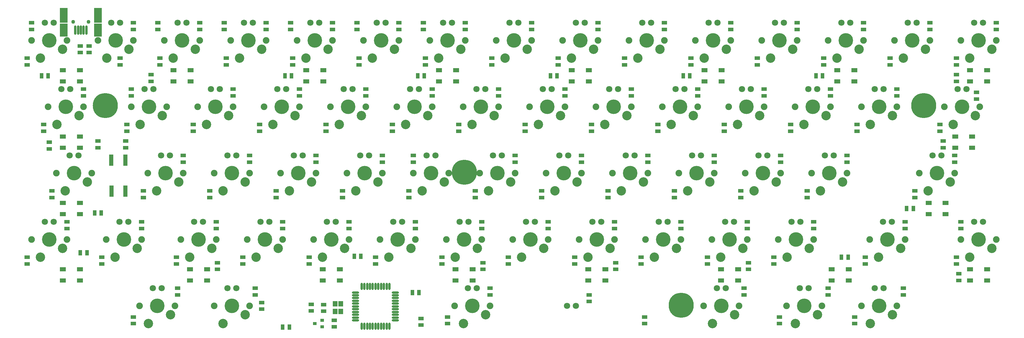
<source format=gbr>
G04 #@! TF.GenerationSoftware,KiCad,Pcbnew,(5.1.2-1)-1*
G04 #@! TF.CreationDate,2020-06-06T23:17:58+08:00*
G04 #@! TF.ProjectId,vim60,76696d36-302e-46b6-9963-61645f706362,rev?*
G04 #@! TF.SameCoordinates,Original*
G04 #@! TF.FileFunction,Soldermask,Bot*
G04 #@! TF.FilePolarity,Negative*
%FSLAX46Y46*%
G04 Gerber Fmt 4.6, Leading zero omitted, Abs format (unit mm)*
G04 Created by KiCad (PCBNEW (5.1.2-1)-1) date 2020-06-06 23:17:58*
%MOMM*%
%LPD*%
G04 APERTURE LIST*
%ADD10C,1.803400*%
%ADD11R,1.103200X0.903200*%
%ADD12C,1.902460*%
%ADD13C,2.702560*%
%ADD14C,4.183380*%
%ADD15C,7.203440*%
%ADD16C,7.204500*%
%ADD17R,1.600200X1.092200*%
%ADD18R,1.092200X1.600200*%
%ADD19R,1.703200X1.203200*%
%ADD20O,2.103120X0.609600*%
%ADD21O,0.609600X2.103120*%
%ADD22R,2.252980X4.203700*%
%ADD23R,2.252980X3.703320*%
%ADD24O,0.703600X2.703200*%
%ADD25C,1.103200*%
%ADD26R,1.203200X3.303200*%
%ADD27R,1.353820X1.602740*%
G04 APERTURE END LIST*
D10*
X226601700Y-188526400D03*
X224061700Y-188526400D03*
D11*
X151637700Y-193606400D03*
X153737700Y-194556400D03*
X153737700Y-192656400D03*
D12*
X337090000Y-169476500D03*
X347250000Y-169476500D03*
D13*
X345980000Y-172016500D03*
X339630000Y-174556500D03*
D14*
X342170000Y-169476500D03*
D15*
X194574200Y-150127650D03*
X326374100Y-131028450D03*
X256823600Y-188328350D03*
D16*
X91523500Y-131028450D03*
D17*
X154211700Y-188145400D03*
X154211700Y-190050400D03*
X150655700Y-189986900D03*
X150655700Y-188081900D03*
X182151700Y-192145900D03*
X182151700Y-194050900D03*
X106586700Y-107246400D03*
X106586700Y-109151400D03*
X125636700Y-107246400D03*
X125636700Y-109151400D03*
X144686700Y-107246400D03*
X144686700Y-109151400D03*
X163736700Y-107246400D03*
X163736700Y-109151400D03*
X182786700Y-107246400D03*
X182786700Y-109151400D03*
D18*
X164879700Y-174302400D03*
X162974700Y-174302400D03*
D17*
X199931700Y-176143900D03*
X199931700Y-178048900D03*
X238031700Y-176143900D03*
X238031700Y-178048900D03*
X276131700Y-176143900D03*
X276131700Y-178048900D03*
D18*
X304706700Y-174556400D03*
X302801700Y-174556400D03*
D17*
X336456700Y-179318900D03*
X336456700Y-181223900D03*
D18*
X321534200Y-160586400D03*
X323439200Y-160586400D03*
D17*
X332011700Y-141218900D03*
X332011700Y-143123900D03*
X335821700Y-122168900D03*
X335821700Y-124073900D03*
D18*
X297404200Y-122486400D03*
X295499200Y-122486400D03*
X257399200Y-122486400D03*
X259304200Y-122486400D03*
X219299200Y-122486400D03*
X221204200Y-122486400D03*
X183104200Y-122486400D03*
X181199200Y-122486400D03*
X143099200Y-122486400D03*
X145004200Y-122486400D03*
D17*
X104681700Y-124073900D03*
X104681700Y-122168900D03*
D18*
X73249200Y-122486400D03*
X75154200Y-122486400D03*
D17*
X89441700Y-143123900D03*
X89441700Y-141218900D03*
D18*
X90394200Y-161856400D03*
X88489200Y-161856400D03*
X86266700Y-173286400D03*
X84361700Y-173286400D03*
D17*
X123731700Y-178048900D03*
X123731700Y-176143900D03*
X69121700Y-119311400D03*
X69121700Y-117406400D03*
X73884199Y-136456400D03*
X73884199Y-138361400D03*
X76265499Y-155507800D03*
X76265499Y-157412800D03*
X69121700Y-174556500D03*
X69121700Y-176461500D03*
X95791700Y-119311400D03*
X95791700Y-117406400D03*
X90552900Y-174556500D03*
X90552900Y-176461500D03*
X99601700Y-193606400D03*
X99601700Y-191701400D03*
X107221700Y-117406400D03*
X107221700Y-119311400D03*
X97695300Y-136456400D03*
X97695300Y-138361400D03*
X102459199Y-157412800D03*
X102459199Y-155507800D03*
X111982800Y-176461500D03*
X111982800Y-174556500D03*
X126271700Y-117406400D03*
X126271700Y-119311400D03*
X116745300Y-136456400D03*
X116745300Y-138361400D03*
X121509199Y-157412800D03*
X121509199Y-155507800D03*
X131032800Y-176461500D03*
X131032800Y-174556500D03*
X136431700Y-187573900D03*
X136431700Y-189478900D03*
X145321700Y-117406400D03*
X145321700Y-119311400D03*
X135795300Y-136456400D03*
X135795300Y-138361400D03*
X140559199Y-157412800D03*
X140559199Y-155507800D03*
X150082800Y-176461500D03*
X150082800Y-174556500D03*
X164371700Y-117406400D03*
X164371700Y-119311400D03*
X154845300Y-136456400D03*
X154845300Y-138361400D03*
X159609199Y-157412800D03*
X159609199Y-155507800D03*
X169132800Y-176461500D03*
X169132800Y-174556500D03*
X183421700Y-117406400D03*
X183421700Y-119311400D03*
X173895300Y-136456400D03*
X173895300Y-138361400D03*
X178659199Y-157412800D03*
X178659199Y-155507800D03*
X188182800Y-176461500D03*
X188182800Y-174556500D03*
X189771700Y-191701400D03*
X189771700Y-193606400D03*
X202471700Y-117406400D03*
X202471700Y-119311400D03*
X192945300Y-136456400D03*
X192945300Y-138361400D03*
X197709199Y-157412800D03*
X197709199Y-155507800D03*
X207232800Y-176461500D03*
X207232800Y-174556500D03*
X221521700Y-117406400D03*
X221521700Y-119311400D03*
X211995300Y-136456400D03*
X211995300Y-138361400D03*
X216759199Y-157412800D03*
X216759199Y-155507800D03*
X226282800Y-176461500D03*
X226282800Y-174556500D03*
X240571700Y-117406400D03*
X240571700Y-119311400D03*
X231045300Y-136456400D03*
X231045300Y-138361400D03*
X235809199Y-157412800D03*
X235809199Y-155507800D03*
X245332800Y-176461500D03*
X245332800Y-174556500D03*
X259621700Y-117406400D03*
X259621700Y-119311400D03*
X250095300Y-136456400D03*
X250095300Y-138361400D03*
X254859199Y-157412800D03*
X254859199Y-155507800D03*
X264382800Y-176461500D03*
X264382800Y-174556500D03*
X246286700Y-191701400D03*
X246286700Y-193606400D03*
X278671700Y-117406400D03*
X278671700Y-119311400D03*
X269145300Y-138361400D03*
X269145300Y-136456400D03*
X273909199Y-157412800D03*
X273909199Y-155507800D03*
X283432800Y-176461500D03*
X283432800Y-174556500D03*
X285021700Y-191701400D03*
X285021700Y-193606400D03*
X297721700Y-117406400D03*
X297721700Y-119311400D03*
X288195300Y-136456400D03*
X288195300Y-138361400D03*
X292959199Y-157412800D03*
X292959199Y-155507800D03*
X306611700Y-191701400D03*
X306611700Y-193606400D03*
X316771700Y-117406400D03*
X316771700Y-119311400D03*
X307245300Y-136456400D03*
X307245300Y-138361400D03*
X323913000Y-157412800D03*
X323913000Y-155507800D03*
X309627000Y-174556500D03*
X309627000Y-176461500D03*
X335821700Y-117406400D03*
X335821700Y-119311400D03*
X331058000Y-136456400D03*
X331058000Y-138361400D03*
X335820000Y-176461500D03*
X335820000Y-174556500D03*
D19*
X153982800Y-181236500D03*
X153982800Y-178036500D03*
X158882800Y-181236500D03*
X158882800Y-178036500D03*
X196982800Y-178036500D03*
X196982800Y-181236500D03*
X192082800Y-178036500D03*
X192082800Y-181236500D03*
X230182800Y-181236400D03*
X230182800Y-178036400D03*
X235082800Y-181236400D03*
X235082800Y-178036400D03*
X268282800Y-181236400D03*
X268282800Y-178036400D03*
X273182800Y-181236400D03*
X273182800Y-178036400D03*
X304932800Y-178036500D03*
X304932800Y-181236500D03*
X300032800Y-178036500D03*
X300032800Y-181236500D03*
X339720000Y-181236500D03*
X339720000Y-178036500D03*
X344620000Y-181236500D03*
X344620000Y-178036500D03*
X332713000Y-158986400D03*
X332713000Y-162186400D03*
X327813000Y-158986400D03*
X327813000Y-162186400D03*
X335433000Y-143137800D03*
X335433000Y-139937800D03*
X340333000Y-143137800D03*
X340333000Y-139937800D03*
X344621700Y-120886400D03*
X344621700Y-124086400D03*
X339721700Y-120886400D03*
X339721700Y-124086400D03*
X301621700Y-124086400D03*
X301621700Y-120886400D03*
X306521700Y-124086400D03*
X306521700Y-120886400D03*
X263521700Y-124086400D03*
X263521700Y-120886400D03*
X268421700Y-124086400D03*
X268421700Y-120886400D03*
X230321700Y-120886400D03*
X230321700Y-124086400D03*
X225421700Y-120886400D03*
X225421700Y-124086400D03*
X192221700Y-120886400D03*
X192221700Y-124086400D03*
X187321700Y-120886400D03*
X187321700Y-124086400D03*
X149221700Y-124086400D03*
X149221700Y-120886400D03*
X154121700Y-124086400D03*
X154121700Y-120886400D03*
X116021700Y-120886400D03*
X116021700Y-124086400D03*
X111121700Y-120886400D03*
X111121700Y-124086400D03*
X79371700Y-124086400D03*
X79371700Y-120886400D03*
X84271700Y-124086400D03*
X84271700Y-120886400D03*
X84271700Y-139936500D03*
X84271700Y-143136500D03*
X79371700Y-139936500D03*
X79371700Y-143136500D03*
X79371700Y-162186500D03*
X79371700Y-158986500D03*
X84271700Y-162186500D03*
X84271700Y-158986500D03*
X84271700Y-178036400D03*
X84271700Y-181236400D03*
X79371700Y-178036400D03*
X79371700Y-181236400D03*
X115882800Y-181236500D03*
X115882800Y-178036500D03*
X120782800Y-181236500D03*
X120782800Y-178036500D03*
D10*
X76741700Y-107246400D03*
X74201700Y-107246400D03*
X78964199Y-126296400D03*
X81504199Y-126296400D03*
X83885499Y-145347800D03*
X81345499Y-145347800D03*
X76741700Y-164396500D03*
X74201700Y-164396500D03*
X93251700Y-107246400D03*
X95791700Y-107246400D03*
X95632900Y-164396500D03*
X98172900Y-164396500D03*
X107696499Y-183446530D03*
X105156499Y-183446530D03*
X112301700Y-107246400D03*
X114841700Y-107246400D03*
X102775300Y-126296400D03*
X105315300Y-126296400D03*
X110079199Y-145347800D03*
X107539199Y-145347800D03*
X117062800Y-164396500D03*
X119602800Y-164396500D03*
X133891700Y-107246400D03*
X131351700Y-107246400D03*
X124365300Y-126296400D03*
X121825300Y-126296400D03*
X126614201Y-145347800D03*
X129154201Y-145347800D03*
X138652800Y-164396500D03*
X136112800Y-164396500D03*
X126587900Y-183446530D03*
X129127900Y-183446530D03*
X150401700Y-107246400D03*
X152941700Y-107246400D03*
X143415300Y-126296400D03*
X140875300Y-126296400D03*
X145639199Y-145347800D03*
X148179199Y-145347800D03*
X157702800Y-164396500D03*
X155162800Y-164396500D03*
X171991700Y-107246400D03*
X169451700Y-107246400D03*
X159925300Y-126296400D03*
X162465300Y-126296400D03*
X167229199Y-145347800D03*
X164689199Y-145347800D03*
X174212800Y-164396500D03*
X176752800Y-164396500D03*
X188501700Y-107246400D03*
X191041700Y-107246400D03*
X181515300Y-126296400D03*
X178975300Y-126296400D03*
X183739199Y-145347800D03*
X186279199Y-145347800D03*
X195802800Y-164396500D03*
X193262800Y-164396500D03*
X195646000Y-183446530D03*
X198186000Y-183446530D03*
X210091700Y-107246400D03*
X207551700Y-107246400D03*
X200565300Y-126296400D03*
X198025300Y-126296400D03*
X205329199Y-145347800D03*
X202789199Y-145347800D03*
X212312800Y-164396500D03*
X214852800Y-164396500D03*
X226601700Y-107246400D03*
X229141700Y-107246400D03*
X219615300Y-126296400D03*
X217075300Y-126296400D03*
X221839199Y-145347800D03*
X224379199Y-145347800D03*
X233902800Y-164396500D03*
X231362800Y-164396500D03*
X248191700Y-107246400D03*
X245651700Y-107246400D03*
X236125300Y-126296400D03*
X238665300Y-126296400D03*
X243429199Y-145347800D03*
X240889199Y-145347800D03*
X250412800Y-164396500D03*
X252952800Y-164396500D03*
X264701700Y-107246400D03*
X267241700Y-107246400D03*
X257715300Y-126296400D03*
X255175300Y-126296400D03*
X259939199Y-145347800D03*
X262479199Y-145347800D03*
X272002800Y-164396500D03*
X269462800Y-164396500D03*
X267080999Y-183446530D03*
X269620999Y-183446530D03*
X286291700Y-107246400D03*
X283751700Y-107246400D03*
X274225300Y-126296400D03*
X276765300Y-126296400D03*
X281529199Y-145347800D03*
X278989199Y-145347800D03*
X291052800Y-164396500D03*
X288512800Y-164396500D03*
X290897000Y-183446530D03*
X293437000Y-183446530D03*
X302801700Y-107246400D03*
X305341700Y-107246400D03*
X295815300Y-126296400D03*
X293275300Y-126296400D03*
X298039199Y-145347800D03*
X300579199Y-145347800D03*
X312324000Y-183446530D03*
X314864000Y-183446530D03*
X324391700Y-107246400D03*
X321851700Y-107246400D03*
X314865300Y-126296400D03*
X312325300Y-126296400D03*
X328993000Y-145347800D03*
X331533000Y-145347800D03*
X314707000Y-164396500D03*
X317247000Y-164396500D03*
X343441700Y-107246400D03*
X340901700Y-107246400D03*
X336138000Y-126296400D03*
X338678000Y-126296400D03*
X343440000Y-164396500D03*
X340900000Y-164396500D03*
D20*
X174811100Y-188666100D03*
X174811100Y-189466200D03*
X174811100Y-190266300D03*
X174811100Y-191066400D03*
X174811100Y-191866500D03*
X174811100Y-192666600D03*
X174811100Y-187866000D03*
X174811100Y-187065900D03*
X174811100Y-186265800D03*
X174811100Y-185465700D03*
X174811100Y-184665600D03*
X163381100Y-188666100D03*
X163381100Y-189466200D03*
X163381100Y-190266300D03*
X163381100Y-191066400D03*
X163381100Y-191866500D03*
X163381100Y-192666600D03*
X163381100Y-187866000D03*
X163381100Y-187065900D03*
X163381100Y-186265800D03*
X163381100Y-185465700D03*
X163381100Y-184665600D03*
D21*
X169096100Y-194381100D03*
X169096100Y-182951100D03*
X168296000Y-194381100D03*
X168296000Y-182951100D03*
X167495900Y-182951100D03*
X167495900Y-194381100D03*
X166695800Y-194381100D03*
X166695800Y-182951100D03*
X165895700Y-182951100D03*
X165895700Y-194381100D03*
X165095600Y-194381100D03*
X165095600Y-182951100D03*
X169896200Y-182951100D03*
X169896200Y-194381100D03*
X170696300Y-194381100D03*
X170696300Y-182951100D03*
X171496400Y-182951100D03*
X171496400Y-194381100D03*
X172296500Y-194381100D03*
X172296500Y-182951100D03*
X173096600Y-182951100D03*
X173096600Y-194381100D03*
D22*
X89449260Y-105096630D03*
X79599140Y-105096630D03*
D23*
X79599140Y-109348590D03*
X89449260Y-109348590D03*
D24*
X84524200Y-109348550D03*
X83724100Y-109348550D03*
X82924000Y-109348550D03*
X85324300Y-109348550D03*
X86124400Y-109348550D03*
D25*
X82324200Y-106997650D03*
X86724200Y-106997650D03*
D17*
X157259700Y-192653900D03*
X157259700Y-194558900D03*
D18*
X142464200Y-194622400D03*
X144369200Y-194622400D03*
D17*
X70391700Y-107246400D03*
X70391700Y-109151400D03*
X85314199Y-126296400D03*
X85314199Y-128201400D03*
X75471700Y-143441400D03*
X75471700Y-141536400D03*
X80551700Y-164396500D03*
X80551700Y-166301500D03*
X99601700Y-107246400D03*
X99601700Y-109151400D03*
X101982900Y-164396500D03*
X101982900Y-166301500D03*
X112301700Y-185351530D03*
X112301700Y-183446530D03*
X118651700Y-107246400D03*
X118651700Y-109151400D03*
X98965300Y-128201400D03*
X98965300Y-126296400D03*
X113889199Y-147251400D03*
X113889199Y-145346400D03*
X123412800Y-166301400D03*
X123412800Y-164396400D03*
X137701700Y-107246400D03*
X137701700Y-109151400D03*
X128175300Y-128201400D03*
X128175300Y-126296400D03*
X132939199Y-147251400D03*
X132939199Y-145346400D03*
X142462800Y-166301500D03*
X142462800Y-164396500D03*
X134526700Y-185351530D03*
X134526700Y-183446530D03*
X156751700Y-107246400D03*
X156751700Y-109151400D03*
X147225300Y-128201400D03*
X147225300Y-126296400D03*
X151989199Y-147252800D03*
X151989199Y-145347800D03*
X161512800Y-166301400D03*
X161512800Y-164396400D03*
X175801700Y-107246400D03*
X175801700Y-109151400D03*
X166275300Y-128201400D03*
X166275300Y-126296400D03*
X171039199Y-147252800D03*
X171039199Y-145347800D03*
X180562800Y-166301500D03*
X180562800Y-164396500D03*
X194851700Y-107246400D03*
X194851700Y-109151400D03*
X185325300Y-128201400D03*
X185325300Y-126296400D03*
X179929199Y-147252800D03*
X179929199Y-145347800D03*
X199612800Y-166301500D03*
X199612800Y-164396500D03*
X201996000Y-185351400D03*
X201996000Y-183446400D03*
X213901700Y-107246400D03*
X213901700Y-109151400D03*
X204375300Y-128201400D03*
X204375300Y-126296400D03*
X209139199Y-147252800D03*
X209139199Y-145347800D03*
X218662800Y-166301400D03*
X218662800Y-164396400D03*
X232951700Y-107246400D03*
X232951700Y-109151400D03*
X223425300Y-126296400D03*
X223425300Y-128201400D03*
X228189199Y-147252800D03*
X228189199Y-145347800D03*
X237712800Y-164396500D03*
X237712800Y-166301500D03*
X252001700Y-107246400D03*
X252001700Y-109151400D03*
X242475300Y-128201400D03*
X242475300Y-126296400D03*
X247239199Y-145347800D03*
X247239199Y-147252800D03*
X256762800Y-166301400D03*
X256762800Y-164396400D03*
X271051700Y-107246400D03*
X271051700Y-109151400D03*
X261525300Y-126296400D03*
X261525300Y-128201400D03*
X266289199Y-147252800D03*
X266289199Y-145347800D03*
X275812800Y-164396400D03*
X275812800Y-166301400D03*
X274861700Y-185351400D03*
X274861700Y-183446400D03*
X290101700Y-107246400D03*
X290101700Y-109151400D03*
X280575300Y-126296400D03*
X280575300Y-128201400D03*
X285339199Y-147251400D03*
X285339199Y-145346400D03*
X294862800Y-166301500D03*
X294862800Y-164396500D03*
X298991700Y-183446530D03*
X298991700Y-185351530D03*
X309151700Y-107246400D03*
X309151700Y-109151400D03*
X299625300Y-128201400D03*
X299625300Y-126296400D03*
X304389199Y-145347800D03*
X304389199Y-147252800D03*
X320581700Y-185351530D03*
X320581700Y-183446530D03*
X328201700Y-107246400D03*
X328201700Y-109151400D03*
X318675300Y-128201400D03*
X318675300Y-126296400D03*
X335343000Y-145346400D03*
X335343000Y-147251400D03*
X321057000Y-164396500D03*
X321057000Y-166301500D03*
X347251700Y-109151400D03*
X347251700Y-107246400D03*
X84361700Y-113913900D03*
X84361700Y-115818900D03*
X86901700Y-113913900D03*
X86901700Y-115818900D03*
D18*
X179675200Y-184716400D03*
X181580200Y-184716400D03*
D17*
X97379200Y-143123900D03*
X97379200Y-141218900D03*
X230411700Y-185351400D03*
X230411700Y-187256400D03*
X341536700Y-129153900D03*
X341536700Y-127248900D03*
X337091700Y-164396400D03*
X337091700Y-166301400D03*
D26*
X93283584Y-146715200D03*
X97284084Y-155615200D03*
X93286084Y-155615200D03*
X97284084Y-146715200D03*
D14*
X75471700Y-112326400D03*
D13*
X72931700Y-117406400D03*
X79281700Y-114866400D03*
D12*
X80551700Y-112326400D03*
X70391700Y-112326400D03*
X75154199Y-131376400D03*
X85314199Y-131376400D03*
D13*
X84044199Y-133916400D03*
X77694199Y-136456400D03*
D14*
X80234199Y-131376400D03*
D12*
X77535499Y-150427800D03*
X87695499Y-150427800D03*
D13*
X86425499Y-152967800D03*
X80075499Y-155507800D03*
D14*
X82615499Y-150427800D03*
X75471700Y-169476500D03*
D13*
X72931700Y-174556500D03*
X79281700Y-172016500D03*
D12*
X80551700Y-169476500D03*
X70391700Y-169476500D03*
D14*
X94521700Y-112326400D03*
D13*
X91981700Y-117406400D03*
X98331700Y-114866400D03*
D12*
X99601700Y-112326400D03*
X89441700Y-112326400D03*
D14*
X96902900Y-169476500D03*
D13*
X94362900Y-174556500D03*
X100712900Y-172016500D03*
D12*
X101982900Y-169476500D03*
X91822900Y-169476500D03*
D14*
X106426499Y-188526530D03*
D13*
X103886499Y-193606530D03*
X110236499Y-191066530D03*
D12*
X111506499Y-188526530D03*
X101346499Y-188526530D03*
X108491700Y-112326400D03*
X118651700Y-112326400D03*
D13*
X117381700Y-114866400D03*
X111031700Y-117406400D03*
D14*
X113571700Y-112326400D03*
D12*
X98965300Y-131376400D03*
X109125300Y-131376400D03*
D13*
X107855300Y-133916400D03*
X101505300Y-136456400D03*
D14*
X104045300Y-131376400D03*
X108809199Y-150427800D03*
D13*
X106269199Y-155507800D03*
X112619199Y-152967800D03*
D12*
X113889199Y-150427800D03*
X103729199Y-150427800D03*
X113252800Y-169476500D03*
X123412800Y-169476500D03*
D13*
X122142800Y-172016500D03*
X115792800Y-174556500D03*
D14*
X118332800Y-169476500D03*
X132621700Y-112326400D03*
D13*
X130081700Y-117406400D03*
X136431700Y-114866400D03*
D12*
X137701700Y-112326400D03*
X127541700Y-112326400D03*
X118015300Y-131376400D03*
X128175300Y-131376400D03*
D13*
X126905300Y-133916400D03*
X120555300Y-136456400D03*
D14*
X123095300Y-131376400D03*
D12*
X122804201Y-150427800D03*
X132964201Y-150427800D03*
D13*
X131694201Y-152967800D03*
X125344201Y-155507800D03*
D14*
X127884201Y-150427800D03*
D12*
X132302800Y-169476500D03*
X142462800Y-169476500D03*
D13*
X141192800Y-172016500D03*
X134842800Y-174556500D03*
D14*
X137382800Y-169476500D03*
X127857900Y-188526530D03*
D13*
X125317900Y-193606530D03*
X131667900Y-191066530D03*
D12*
X132937900Y-188526530D03*
X122777900Y-188526530D03*
D14*
X151671700Y-112326400D03*
D13*
X149131700Y-117406400D03*
X155481700Y-114866400D03*
D12*
X156751700Y-112326400D03*
X146591700Y-112326400D03*
X137065300Y-131376400D03*
X147225300Y-131376400D03*
D13*
X145955300Y-133916400D03*
X139605300Y-136456400D03*
D14*
X142145300Y-131376400D03*
X146909199Y-150427800D03*
D13*
X144369199Y-155507800D03*
X150719199Y-152967800D03*
D12*
X151989199Y-150427800D03*
X141829199Y-150427800D03*
X151352800Y-169476500D03*
X161512800Y-169476500D03*
D13*
X160242800Y-172016500D03*
X153892800Y-174556500D03*
D14*
X156432800Y-169476500D03*
X170721700Y-112326400D03*
D13*
X168181700Y-117406400D03*
X174531700Y-114866400D03*
D12*
X175801700Y-112326400D03*
X165641700Y-112326400D03*
X156115300Y-131376400D03*
X166275300Y-131376400D03*
D13*
X165005300Y-133916400D03*
X158655300Y-136456400D03*
D14*
X161195300Y-131376400D03*
D12*
X160879199Y-150427800D03*
X171039199Y-150427800D03*
D13*
X169769199Y-152967800D03*
X163419199Y-155507800D03*
D14*
X165959199Y-150427800D03*
D12*
X170402800Y-169476500D03*
X180562800Y-169476500D03*
D13*
X179292800Y-172016500D03*
X172942800Y-174556500D03*
D14*
X175482800Y-169476500D03*
D12*
X184691700Y-112326400D03*
X194851700Y-112326400D03*
D13*
X193581700Y-114866400D03*
X187231700Y-117406400D03*
D14*
X189771700Y-112326400D03*
D12*
X175165300Y-131376400D03*
X185325300Y-131376400D03*
D13*
X184055300Y-133916400D03*
X177705300Y-136456400D03*
D14*
X180245300Y-131376400D03*
D12*
X179929199Y-150427800D03*
X190089199Y-150427800D03*
D13*
X188819199Y-152967800D03*
X182469199Y-155507800D03*
D14*
X185009199Y-150427800D03*
D12*
X189452800Y-169476500D03*
X199612800Y-169476500D03*
D13*
X198342800Y-172016500D03*
X191992800Y-174556500D03*
D14*
X194532800Y-169476500D03*
D12*
X191836000Y-188526530D03*
X201996000Y-188526530D03*
D13*
X200726000Y-191066530D03*
X194376000Y-193606530D03*
D14*
X196916000Y-188526530D03*
D12*
X203741700Y-112326400D03*
X213901700Y-112326400D03*
D13*
X212631700Y-114866400D03*
X206281700Y-117406400D03*
D14*
X208821700Y-112326400D03*
D12*
X194215300Y-131376400D03*
X204375300Y-131376400D03*
D13*
X203105300Y-133916400D03*
X196755300Y-136456400D03*
D14*
X199295300Y-131376400D03*
X204059199Y-150427800D03*
D13*
X201519199Y-155507800D03*
X207869199Y-152967800D03*
D12*
X209139199Y-150427800D03*
X198979199Y-150427800D03*
X208502800Y-169476500D03*
X218662800Y-169476500D03*
D13*
X217392800Y-172016500D03*
X211042800Y-174556500D03*
D14*
X213582800Y-169476500D03*
X227871700Y-112326400D03*
D13*
X225331700Y-117406400D03*
X231681700Y-114866400D03*
D12*
X232951700Y-112326400D03*
X222791700Y-112326400D03*
D14*
X218345300Y-131376400D03*
D13*
X215805300Y-136456400D03*
X222155300Y-133916400D03*
D12*
X223425300Y-131376400D03*
X213265300Y-131376400D03*
D14*
X223109199Y-150427800D03*
D13*
X220569199Y-155507800D03*
X226919199Y-152967800D03*
D12*
X228189199Y-150427800D03*
X218029199Y-150427800D03*
D14*
X232632800Y-169476500D03*
D13*
X230092800Y-174556500D03*
X236442800Y-172016500D03*
D12*
X237712800Y-169476500D03*
X227552800Y-169476500D03*
X241841700Y-112326400D03*
X252001700Y-112326400D03*
D13*
X250731700Y-114866400D03*
X244381700Y-117406400D03*
D14*
X246921700Y-112326400D03*
X237395300Y-131376400D03*
D13*
X234855300Y-136456400D03*
X241205300Y-133916400D03*
D12*
X242475300Y-131376400D03*
X232315300Y-131376400D03*
D14*
X242159199Y-150427800D03*
D13*
X239619199Y-155507800D03*
X245969199Y-152967800D03*
D12*
X247239199Y-150427800D03*
X237079199Y-150427800D03*
X246602800Y-169476500D03*
X256762800Y-169476500D03*
D13*
X255492800Y-172016500D03*
X249142800Y-174556500D03*
D14*
X251682800Y-169476500D03*
X265971700Y-112326400D03*
D13*
X263431700Y-117406400D03*
X269781700Y-114866400D03*
D12*
X271051700Y-112326400D03*
X260891700Y-112326400D03*
D14*
X256445300Y-131376400D03*
D13*
X253905300Y-136456400D03*
X260255300Y-133916400D03*
D12*
X261525300Y-131376400D03*
X251365300Y-131376400D03*
D14*
X261209199Y-150427800D03*
D13*
X258669199Y-155507800D03*
X265019199Y-152967800D03*
D12*
X266289199Y-150427800D03*
X256129199Y-150427800D03*
D14*
X270732800Y-169476500D03*
D13*
X268192800Y-174556500D03*
X274542800Y-172016500D03*
D12*
X275812800Y-169476500D03*
X265652800Y-169476500D03*
X263270999Y-188526530D03*
X273430999Y-188526530D03*
D13*
X272160999Y-191066530D03*
X265810999Y-193606530D03*
D14*
X268350999Y-188526530D03*
D12*
X279941700Y-112326400D03*
X290101700Y-112326400D03*
D13*
X288831700Y-114866400D03*
X282481700Y-117406400D03*
D14*
X285021700Y-112326400D03*
X275495300Y-131376400D03*
D13*
X272955300Y-136456400D03*
X279305300Y-133916400D03*
D12*
X280575300Y-131376400D03*
X270415300Y-131376400D03*
X275179199Y-150427800D03*
X285339199Y-150427800D03*
D13*
X284069199Y-152967800D03*
X277719199Y-155507800D03*
D14*
X280259199Y-150427800D03*
D12*
X284702800Y-169476500D03*
X294862800Y-169476500D03*
D13*
X293592800Y-172016500D03*
X287242800Y-174556500D03*
D14*
X289782800Y-169476500D03*
D12*
X287087000Y-188526530D03*
X297247000Y-188526530D03*
D13*
X295977000Y-191066530D03*
X289627000Y-193606530D03*
D14*
X292167000Y-188526530D03*
X304071700Y-112326400D03*
D13*
X301531700Y-117406400D03*
X307881700Y-114866400D03*
D12*
X309151700Y-112326400D03*
X298991700Y-112326400D03*
D14*
X294545300Y-131376400D03*
D13*
X292005300Y-136456400D03*
X298355300Y-133916400D03*
D12*
X299625300Y-131376400D03*
X289465300Y-131376400D03*
D14*
X299309199Y-150427800D03*
D13*
X296769199Y-155507800D03*
X303119199Y-152967800D03*
D12*
X304389199Y-150427800D03*
X294229199Y-150427800D03*
X308514000Y-188526530D03*
X318674000Y-188526530D03*
D13*
X317404000Y-191066530D03*
X311054000Y-193606530D03*
D14*
X313594000Y-188526530D03*
X323121700Y-112326400D03*
D13*
X320581700Y-117406400D03*
X326931700Y-114866400D03*
D12*
X328201700Y-112326400D03*
X318041700Y-112326400D03*
D14*
X313595300Y-131376400D03*
D13*
X311055300Y-136456400D03*
X317405300Y-133916400D03*
D12*
X318675300Y-131376400D03*
X308515300Y-131376400D03*
X325183000Y-150427800D03*
X335343000Y-150427800D03*
D13*
X334073000Y-152967800D03*
X327723000Y-155507800D03*
D14*
X330263000Y-150427800D03*
X315977000Y-169476500D03*
D13*
X313437000Y-174556500D03*
X319787000Y-172016500D03*
D12*
X321057000Y-169476500D03*
X310897000Y-169476500D03*
D14*
X342171700Y-112326400D03*
D13*
X339631700Y-117406400D03*
X345981700Y-114866400D03*
D12*
X347251700Y-112326400D03*
X337091700Y-112326400D03*
D14*
X337408000Y-131376400D03*
D13*
X334868000Y-136456400D03*
X341218000Y-133916400D03*
D12*
X342488000Y-131376400D03*
X332328000Y-131376400D03*
D27*
X159075800Y-190134220D03*
X159075800Y-187934580D03*
X157475600Y-190134220D03*
X157475600Y-187934580D03*
M02*

</source>
